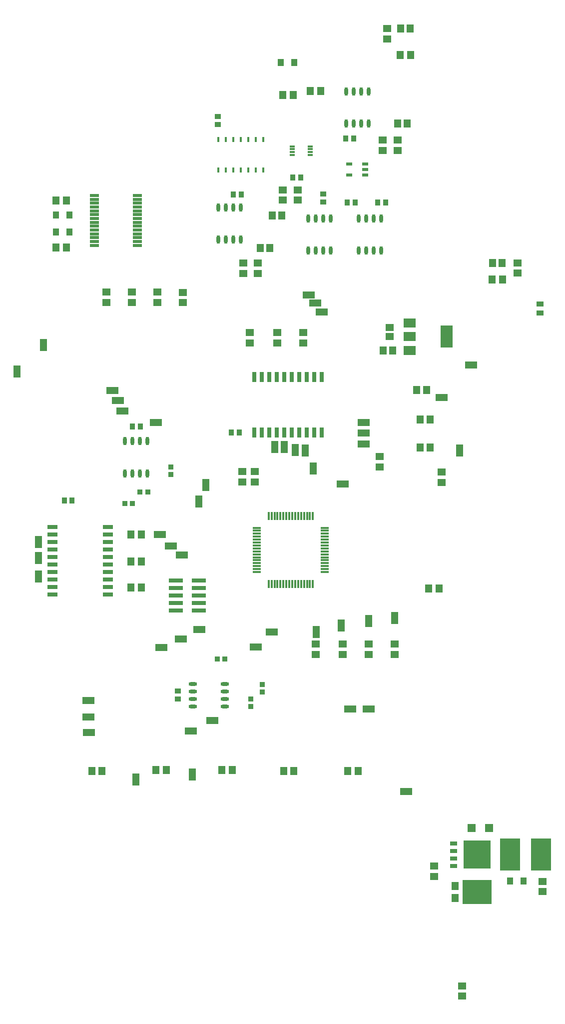
<source format=gtp>
G04*
G04 #@! TF.GenerationSoftware,Altium Limited,Altium Designer,18.1.9 (240)*
G04*
G04 Layer_Color=8421504*
%FSLAX25Y25*%
%MOIN*%
G70*
G01*
G75*
%ADD18R,0.19291X0.16339*%
%ADD19R,0.05118X0.05709*%
%ADD20R,0.04528X0.05315*%
%ADD21R,0.08071X0.04528*%
%ADD22R,0.04528X0.08071*%
%ADD23R,0.05315X0.04528*%
%ADD24R,0.04921X0.03740*%
%ADD25R,0.05118X0.05512*%
%ADD26R,0.06890X0.02559*%
%ADD27O,0.05709X0.02362*%
%ADD28R,0.03347X0.03740*%
%ADD29R,0.03740X0.03347*%
%ADD30R,0.03937X0.03543*%
%ADD31R,0.03543X0.03937*%
%ADD32O,0.02362X0.05709*%
%ADD33R,0.06496X0.01929*%
%ADD34R,0.04331X0.05118*%
%ADD35R,0.05315X0.01181*%
%ADD36R,0.01181X0.05315*%
%ADD37R,0.01654X0.03500*%
%ADD38R,0.07874X0.14961*%
%ADD39R,0.07874X0.05906*%
%ADD40R,0.05512X0.05118*%
%ADD41R,0.03543X0.01181*%
%ADD42R,0.03937X0.02362*%
%ADD43R,0.04528X0.02756*%
%ADD44R,0.18110X0.18504*%
%ADD45R,0.05315X0.05709*%
%ADD46R,0.13780X0.21457*%
%ADD47R,0.09449X0.02992*%
%ADD48R,0.02559X0.06890*%
D18*
X613484Y122835D02*
D03*
D19*
X598890Y118835D02*
D03*
Y126835D02*
D03*
D20*
X572933Y457480D02*
D03*
X579823D02*
D03*
X581102Y325197D02*
D03*
X587992D02*
D03*
X332382Y583858D02*
D03*
X339272D02*
D03*
X332382Y552362D02*
D03*
X339272D02*
D03*
X575295Y437795D02*
D03*
X582185D02*
D03*
X575295Y418898D02*
D03*
X582185D02*
D03*
X382480Y361024D02*
D03*
X389370D02*
D03*
X382480Y342913D02*
D03*
X389370D02*
D03*
X382480Y325590D02*
D03*
X389370D02*
D03*
X483819Y653937D02*
D03*
X490709D02*
D03*
X508957Y656693D02*
D03*
X502067D02*
D03*
X568898Y680709D02*
D03*
X562008D02*
D03*
X623524Y530998D02*
D03*
X630413D02*
D03*
X356299Y203543D02*
D03*
X363189D02*
D03*
X399016Y203937D02*
D03*
X405905D02*
D03*
X443012D02*
D03*
X449902D02*
D03*
X527165Y203543D02*
D03*
X534055D02*
D03*
X484252Y203543D02*
D03*
X491142D02*
D03*
D21*
X609449Y474016D02*
D03*
X589764Y452362D02*
D03*
X537795Y435827D02*
D03*
Y428740D02*
D03*
Y421260D02*
D03*
X427953Y297638D02*
D03*
X354331Y229134D02*
D03*
X354035Y239370D02*
D03*
X415748Y291339D02*
D03*
X353937Y250394D02*
D03*
X402756Y285827D02*
D03*
X401575Y361024D02*
D03*
X409055Y353543D02*
D03*
X416535Y347244D02*
D03*
X540965Y244882D02*
D03*
X528740D02*
D03*
X436614Y237008D02*
D03*
X422441Y229921D02*
D03*
X523622Y394882D02*
D03*
X501181Y520866D02*
D03*
X370079Y457087D02*
D03*
X373622Y450394D02*
D03*
X505512Y515354D02*
D03*
X376772Y443307D02*
D03*
X509842Y509449D02*
D03*
X399213Y435827D02*
D03*
X566142Y189764D02*
D03*
X476526Y296211D02*
D03*
X465748Y286200D02*
D03*
D22*
X601575Y416929D02*
D03*
X320728Y345276D02*
D03*
X320768Y356201D02*
D03*
Y333071D02*
D03*
X492028Y417323D02*
D03*
X558268Y305512D02*
D03*
X540945Y303504D02*
D03*
X522835Y300394D02*
D03*
X505905Y296063D02*
D03*
X306299Y469685D02*
D03*
X423228Y201181D02*
D03*
X478346Y419291D02*
D03*
X385827Y197638D02*
D03*
X484646Y419291D02*
D03*
X498819Y416929D02*
D03*
X324016Y487402D02*
D03*
X503937Y405118D02*
D03*
X432283Y394094D02*
D03*
X427559Y383071D02*
D03*
D23*
X589764Y402658D02*
D03*
Y395768D02*
D03*
X603543Y53248D02*
D03*
Y60138D02*
D03*
X456693Y403051D02*
D03*
Y396161D02*
D03*
X464961Y403051D02*
D03*
Y396161D02*
D03*
X461811Y495571D02*
D03*
Y488681D02*
D03*
X479921Y495571D02*
D03*
Y488681D02*
D03*
X497244Y495571D02*
D03*
Y488681D02*
D03*
X366142Y515846D02*
D03*
Y522736D02*
D03*
X383071Y515846D02*
D03*
Y522736D02*
D03*
X400000Y515846D02*
D03*
Y522736D02*
D03*
X417126Y515650D02*
D03*
Y522539D02*
D03*
X548425Y412992D02*
D03*
Y406102D02*
D03*
X505768Y281201D02*
D03*
Y288090D02*
D03*
X523622Y281201D02*
D03*
Y288090D02*
D03*
X540945Y281201D02*
D03*
Y288090D02*
D03*
X558268D02*
D03*
Y281201D02*
D03*
X553248Y698425D02*
D03*
Y691535D02*
D03*
X640354Y542121D02*
D03*
Y535231D02*
D03*
X560374Y617224D02*
D03*
Y624114D02*
D03*
X550531D02*
D03*
Y617224D02*
D03*
X467185Y542028D02*
D03*
Y535138D02*
D03*
X457342D02*
D03*
Y542028D02*
D03*
X483858Y583957D02*
D03*
Y590846D02*
D03*
X493701D02*
D03*
Y583957D02*
D03*
X657185Y122933D02*
D03*
Y129823D02*
D03*
X584744Y133169D02*
D03*
Y140059D02*
D03*
D24*
X655512Y514831D02*
D03*
Y508728D02*
D03*
D25*
X483071Y573622D02*
D03*
X476772D02*
D03*
X550787Y483681D02*
D03*
X557087D02*
D03*
X568602Y698524D02*
D03*
X562303D02*
D03*
X560374Y635079D02*
D03*
X566673D02*
D03*
X475039Y552185D02*
D03*
X468740D02*
D03*
X630118Y542219D02*
D03*
X623819D02*
D03*
D26*
X330118Y366201D02*
D03*
Y361201D02*
D03*
Y356201D02*
D03*
Y351201D02*
D03*
Y346201D02*
D03*
Y341201D02*
D03*
Y336201D02*
D03*
Y331201D02*
D03*
Y326201D02*
D03*
Y321201D02*
D03*
X366929Y366201D02*
D03*
Y361201D02*
D03*
Y356201D02*
D03*
Y351201D02*
D03*
Y346201D02*
D03*
Y341201D02*
D03*
Y336201D02*
D03*
Y331201D02*
D03*
Y326201D02*
D03*
Y321201D02*
D03*
D27*
X445077Y246437D02*
D03*
Y251437D02*
D03*
Y256437D02*
D03*
Y261437D02*
D03*
X423620Y246437D02*
D03*
Y251437D02*
D03*
Y256437D02*
D03*
Y261437D02*
D03*
D28*
X440059Y277953D02*
D03*
X445177D02*
D03*
X383366Y381693D02*
D03*
X378248D02*
D03*
X393602Y389370D02*
D03*
X388484D02*
D03*
D29*
X470177Y261221D02*
D03*
Y256102D02*
D03*
X462303Y251378D02*
D03*
Y246260D02*
D03*
X409154Y406102D02*
D03*
Y400984D02*
D03*
D30*
X413878Y251279D02*
D03*
Y256594D02*
D03*
X440551Y639665D02*
D03*
Y634350D02*
D03*
X510630Y588091D02*
D03*
Y582776D02*
D03*
D31*
X383268Y433071D02*
D03*
X388583D02*
D03*
X337894Y383661D02*
D03*
X343209D02*
D03*
X449311Y429134D02*
D03*
X454626D02*
D03*
X495571Y599213D02*
D03*
X490256D02*
D03*
X532185Y582283D02*
D03*
X526870D02*
D03*
X456201Y587795D02*
D03*
X450886D02*
D03*
X525689Y625197D02*
D03*
X531004D02*
D03*
X552264Y582283D02*
D03*
X546949D02*
D03*
D32*
X378229Y401772D02*
D03*
X383229D02*
D03*
X388229D02*
D03*
X393229D02*
D03*
X378229Y423228D02*
D03*
X383229D02*
D03*
X388229D02*
D03*
X393229D02*
D03*
X534232Y550295D02*
D03*
X539232D02*
D03*
X544232D02*
D03*
X549232D02*
D03*
X534232Y571752D02*
D03*
X539232D02*
D03*
X544232D02*
D03*
X549232D02*
D03*
X540965Y656398D02*
D03*
X535965D02*
D03*
X530965D02*
D03*
X525965D02*
D03*
X540965Y634941D02*
D03*
X535965D02*
D03*
X530965D02*
D03*
X525965D02*
D03*
X500768Y550295D02*
D03*
X505768D02*
D03*
X510768D02*
D03*
X515768D02*
D03*
X500768Y571752D02*
D03*
X505768D02*
D03*
X510768D02*
D03*
X515768D02*
D03*
X440787Y557677D02*
D03*
X445787D02*
D03*
X450787D02*
D03*
X455787D02*
D03*
X440787Y579134D02*
D03*
X445787D02*
D03*
X450787D02*
D03*
X455787D02*
D03*
D33*
X358169Y587106D02*
D03*
Y584547D02*
D03*
Y581988D02*
D03*
Y579429D02*
D03*
Y576870D02*
D03*
Y574311D02*
D03*
Y571752D02*
D03*
Y569193D02*
D03*
Y566634D02*
D03*
Y564075D02*
D03*
Y561516D02*
D03*
Y558957D02*
D03*
Y556398D02*
D03*
Y553839D02*
D03*
X386713Y587106D02*
D03*
Y584547D02*
D03*
Y581988D02*
D03*
Y579429D02*
D03*
Y576870D02*
D03*
Y574311D02*
D03*
Y571752D02*
D03*
Y569193D02*
D03*
Y566634D02*
D03*
Y564075D02*
D03*
Y561516D02*
D03*
Y558957D02*
D03*
Y556398D02*
D03*
Y553839D02*
D03*
D34*
X341535Y574016D02*
D03*
X332480D02*
D03*
X341535Y562598D02*
D03*
X332480D02*
D03*
X491535Y675591D02*
D03*
X482480D02*
D03*
X644390Y129921D02*
D03*
X635335D02*
D03*
D35*
X466437Y336024D02*
D03*
Y337992D02*
D03*
Y339961D02*
D03*
Y341929D02*
D03*
Y343898D02*
D03*
Y345866D02*
D03*
Y347835D02*
D03*
Y349803D02*
D03*
Y351772D02*
D03*
Y353740D02*
D03*
Y355709D02*
D03*
Y357677D02*
D03*
Y359646D02*
D03*
Y361614D02*
D03*
Y363583D02*
D03*
Y365551D02*
D03*
X511713D02*
D03*
Y363583D02*
D03*
Y361614D02*
D03*
Y359646D02*
D03*
Y357677D02*
D03*
Y355709D02*
D03*
Y353740D02*
D03*
Y351772D02*
D03*
Y349803D02*
D03*
Y347835D02*
D03*
Y345866D02*
D03*
Y343898D02*
D03*
Y341929D02*
D03*
Y339961D02*
D03*
Y337992D02*
D03*
Y336024D02*
D03*
D36*
X474311Y373425D02*
D03*
X476279D02*
D03*
X478248D02*
D03*
X480217D02*
D03*
X482185D02*
D03*
X484154D02*
D03*
X486122D02*
D03*
X488091D02*
D03*
X490059D02*
D03*
X492028D02*
D03*
X493996D02*
D03*
X495965D02*
D03*
X497933D02*
D03*
X499902D02*
D03*
X501870D02*
D03*
X503839D02*
D03*
Y328150D02*
D03*
X501870D02*
D03*
X499902D02*
D03*
X497933D02*
D03*
X495965D02*
D03*
X493996D02*
D03*
X492028D02*
D03*
X490059D02*
D03*
X488091D02*
D03*
X486122D02*
D03*
X484154D02*
D03*
X482185D02*
D03*
X480217D02*
D03*
X478248D02*
D03*
X476279D02*
D03*
X474311D02*
D03*
D37*
X470630Y624409D02*
D03*
X465630D02*
D03*
X460630D02*
D03*
X455630D02*
D03*
X450630D02*
D03*
X445630D02*
D03*
X440630D02*
D03*
X470630Y603937D02*
D03*
X465630D02*
D03*
X460630D02*
D03*
X455630D02*
D03*
X450630D02*
D03*
X445630D02*
D03*
X440630D02*
D03*
D38*
X593110Y492913D02*
D03*
D39*
X568307Y483858D02*
D03*
Y492913D02*
D03*
Y501968D02*
D03*
D40*
X555118Y499213D02*
D03*
Y492913D02*
D03*
D41*
X489961Y619882D02*
D03*
Y617913D02*
D03*
Y615945D02*
D03*
Y613976D02*
D03*
X502165Y619882D02*
D03*
Y617913D02*
D03*
Y615945D02*
D03*
Y613976D02*
D03*
D42*
X538878Y600591D02*
D03*
Y604331D02*
D03*
Y608071D02*
D03*
X528051D02*
D03*
Y600591D02*
D03*
D43*
X597736Y155138D02*
D03*
Y150138D02*
D03*
Y145138D02*
D03*
Y140138D02*
D03*
D44*
X613484Y147638D02*
D03*
D45*
X621260Y165354D02*
D03*
X609646D02*
D03*
D46*
X635433Y147638D02*
D03*
X656102D02*
D03*
D47*
X427756Y310472D02*
D03*
X412402D02*
D03*
X427756Y315472D02*
D03*
X412402D02*
D03*
X427756Y320472D02*
D03*
X412402D02*
D03*
X427756Y325472D02*
D03*
X412402D02*
D03*
X427756Y330472D02*
D03*
X412402D02*
D03*
D48*
X509882Y465945D02*
D03*
X504882D02*
D03*
X499882D02*
D03*
X494882D02*
D03*
X489882D02*
D03*
X484882D02*
D03*
X479882D02*
D03*
X474882D02*
D03*
X469882D02*
D03*
X464882D02*
D03*
X509882Y429134D02*
D03*
X504882D02*
D03*
X499882D02*
D03*
X494882D02*
D03*
X489882D02*
D03*
X484882D02*
D03*
X479882D02*
D03*
X474882D02*
D03*
X469882D02*
D03*
X464882D02*
D03*
M02*

</source>
